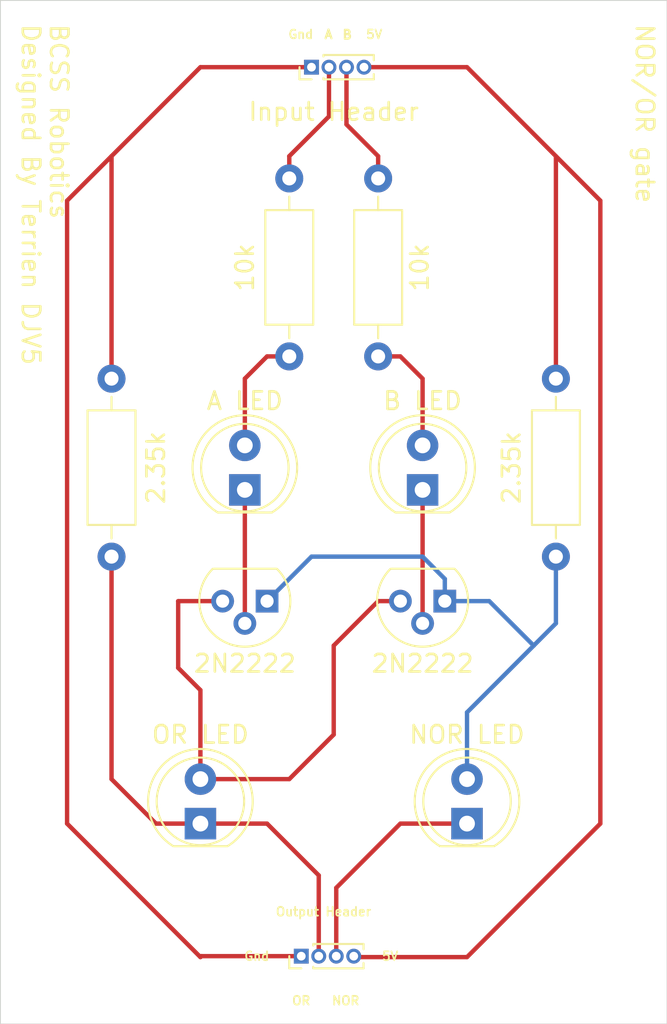
<source format=kicad_pcb>
(kicad_pcb (version 20171130) (host pcbnew 5.99.0+really5.1.12+dfsg1-1)

  (general
    (thickness 1.6)
    (drawings 14)
    (tracks 56)
    (zones 0)
    (modules 12)
    (nets 1)
  )

  (page A4)
  (layers
    (0 F.Cu signal)
    (31 B.Cu signal)
    (32 B.Adhes user)
    (33 F.Adhes user)
    (34 B.Paste user)
    (35 F.Paste user)
    (36 B.SilkS user)
    (37 F.SilkS user)
    (38 B.Mask user)
    (39 F.Mask user)
    (40 Dwgs.User user)
    (41 Cmts.User user)
    (42 Eco1.User user)
    (43 Eco2.User user)
    (44 Edge.Cuts user)
    (45 Margin user)
    (46 B.CrtYd user)
    (47 F.CrtYd user)
    (48 B.Fab user)
    (49 F.Fab user hide)
  )

  (setup
    (last_trace_width 0.25)
    (trace_clearance 0.2)
    (zone_clearance 0.508)
    (zone_45_only no)
    (trace_min 0.2)
    (via_size 0.8)
    (via_drill 0.4)
    (via_min_size 0.4)
    (via_min_drill 0.3)
    (uvia_size 0.3)
    (uvia_drill 0.1)
    (uvias_allowed no)
    (uvia_min_size 0.2)
    (uvia_min_drill 0.1)
    (edge_width 0.05)
    (segment_width 0.2)
    (pcb_text_width 0.3)
    (pcb_text_size 1.5 1.5)
    (mod_edge_width 0.12)
    (mod_text_size 1 1)
    (mod_text_width 0.15)
    (pad_size 0.85 0.85)
    (pad_drill 0.5)
    (pad_to_mask_clearance 0)
    (aux_axis_origin 0 0)
    (visible_elements FFFFFF7F)
    (pcbplotparams
      (layerselection 0x010fc_ffffffff)
      (usegerberextensions false)
      (usegerberattributes true)
      (usegerberadvancedattributes true)
      (creategerberjobfile true)
      (excludeedgelayer true)
      (linewidth 0.100000)
      (plotframeref false)
      (viasonmask false)
      (mode 1)
      (useauxorigin false)
      (hpglpennumber 1)
      (hpglpenspeed 20)
      (hpglpendiameter 15.000000)
      (psnegative false)
      (psa4output false)
      (plotreference true)
      (plotvalue true)
      (plotinvisibletext false)
      (padsonsilk false)
      (subtractmaskfromsilk false)
      (outputformat 1)
      (mirror false)
      (drillshape 0)
      (scaleselection 1)
      (outputdirectory ""))
  )

  (net 0 "")

  (net_class Default "This is the default net class."
    (clearance 0.2)
    (trace_width 0.25)
    (via_dia 0.8)
    (via_drill 0.4)
    (uvia_dia 0.3)
    (uvia_drill 0.1)
  )

  (module LED_THT:LED_D5.0mm (layer F.Cu) (tedit 5995936A) (tstamp 61983FC1)
    (at 130.81 91.44 90)
    (descr "LED, diameter 5.0mm, 2 pins, http://cdn-reichelt.de/documents/datenblatt/A500/LL-504BC2E-009.pdf")
    (tags "LED diameter 5.0mm 2 pins")
    (fp_text reference "OR LED" (at 5.08 0 180) (layer F.SilkS)
      (effects (font (size 1 1) (thickness 0.15)))
    )
    (fp_text value LED_D5.0mm (at 1.27 3.96 90) (layer F.Fab)
      (effects (font (size 1 1) (thickness 0.15)))
    )
    (fp_circle (center 1.27 0) (end 3.77 0) (layer F.Fab) (width 0.1))
    (fp_circle (center 1.27 0) (end 3.77 0) (layer F.SilkS) (width 0.12))
    (fp_line (start -1.23 -1.469694) (end -1.23 1.469694) (layer F.Fab) (width 0.1))
    (fp_line (start -1.29 -1.545) (end -1.29 1.545) (layer F.SilkS) (width 0.12))
    (fp_line (start -1.95 -3.25) (end -1.95 3.25) (layer F.CrtYd) (width 0.05))
    (fp_line (start -1.95 3.25) (end 4.5 3.25) (layer F.CrtYd) (width 0.05))
    (fp_line (start 4.5 3.25) (end 4.5 -3.25) (layer F.CrtYd) (width 0.05))
    (fp_line (start 4.5 -3.25) (end -1.95 -3.25) (layer F.CrtYd) (width 0.05))
    (fp_arc (start 1.27 0) (end -1.23 -1.469694) (angle 299.1) (layer F.Fab) (width 0.1))
    (fp_arc (start 1.27 0) (end -1.29 -1.54483) (angle 148.9) (layer F.SilkS) (width 0.12))
    (fp_arc (start 1.27 0) (end -1.29 1.54483) (angle -148.9) (layer F.SilkS) (width 0.12))
    (fp_text user %R (at 1.25 0 90) (layer F.Fab)
      (effects (font (size 0.8 0.8) (thickness 0.2)))
    )
    (pad 1 thru_hole rect (at 0 0 90) (size 1.8 1.8) (drill 0.9) (layers *.Cu *.Mask))
    (pad 2 thru_hole circle (at 2.54 0 90) (size 1.8 1.8) (drill 0.9) (layers *.Cu *.Mask))
    (model ${KISYS3DMOD}/LED_THT.3dshapes/LED_D5.0mm.wrl
      (at (xyz 0 0 0))
      (scale (xyz 1 1 1))
      (rotate (xyz 0 0 0))
    )
  )

  (module Resistor_THT:R_Axial_DIN0207_L6.3mm_D2.5mm_P10.16mm_Horizontal (layer F.Cu) (tedit 5AE5139B) (tstamp 61983FAB)
    (at 125.73 66.04 270)
    (descr "Resistor, Axial_DIN0207 series, Axial, Horizontal, pin pitch=10.16mm, 0.25W = 1/4W, length*diameter=6.3*2.5mm^2, http://cdn-reichelt.de/documents/datenblatt/B400/1_4W%23YAG.pdf")
    (tags "Resistor Axial_DIN0207 series Axial Horizontal pin pitch 10.16mm 0.25W = 1/4W length 6.3mm diameter 2.5mm")
    (fp_text reference 2.35k (at 5.08 -2.54 90) (layer F.SilkS)
      (effects (font (size 1 1) (thickness 0.15)))
    )
    (fp_text value R_Axial_DIN0207_L6.3mm_D2.5mm_P10.16mm_Horizontal (at 5.08 2.37 90) (layer F.Fab)
      (effects (font (size 1 1) (thickness 0.15)))
    )
    (fp_line (start 1.93 -1.25) (end 1.93 1.25) (layer F.Fab) (width 0.1))
    (fp_line (start 1.93 1.25) (end 8.23 1.25) (layer F.Fab) (width 0.1))
    (fp_line (start 8.23 1.25) (end 8.23 -1.25) (layer F.Fab) (width 0.1))
    (fp_line (start 8.23 -1.25) (end 1.93 -1.25) (layer F.Fab) (width 0.1))
    (fp_line (start 0 0) (end 1.93 0) (layer F.Fab) (width 0.1))
    (fp_line (start 10.16 0) (end 8.23 0) (layer F.Fab) (width 0.1))
    (fp_line (start 1.81 -1.37) (end 1.81 1.37) (layer F.SilkS) (width 0.12))
    (fp_line (start 1.81 1.37) (end 8.35 1.37) (layer F.SilkS) (width 0.12))
    (fp_line (start 8.35 1.37) (end 8.35 -1.37) (layer F.SilkS) (width 0.12))
    (fp_line (start 8.35 -1.37) (end 1.81 -1.37) (layer F.SilkS) (width 0.12))
    (fp_line (start 1.04 0) (end 1.81 0) (layer F.SilkS) (width 0.12))
    (fp_line (start 9.12 0) (end 8.35 0) (layer F.SilkS) (width 0.12))
    (fp_line (start -1.05 -1.5) (end -1.05 1.5) (layer F.CrtYd) (width 0.05))
    (fp_line (start -1.05 1.5) (end 11.21 1.5) (layer F.CrtYd) (width 0.05))
    (fp_line (start 11.21 1.5) (end 11.21 -1.5) (layer F.CrtYd) (width 0.05))
    (fp_line (start 11.21 -1.5) (end -1.05 -1.5) (layer F.CrtYd) (width 0.05))
    (fp_text user %R (at 5.08 0 90) (layer F.Fab)
      (effects (font (size 1 1) (thickness 0.15)))
    )
    (pad 1 thru_hole circle (at 0 0 270) (size 1.6 1.6) (drill 0.8) (layers *.Cu *.Mask))
    (pad 2 thru_hole oval (at 10.16 0 270) (size 1.6 1.6) (drill 0.8) (layers *.Cu *.Mask))
    (model ${KISYS3DMOD}/Resistor_THT.3dshapes/R_Axial_DIN0207_L6.3mm_D2.5mm_P10.16mm_Horizontal.wrl
      (at (xyz 0 0 0))
      (scale (xyz 1 1 1))
      (rotate (xyz 0 0 0))
    )
  )

  (module Connector_PinHeader_1.00mm:PinHeader_1x04_P1.00mm_Vertical (layer F.Cu) (tedit 59FED738) (tstamp 61983ED4)
    (at 137.16 48.26 90)
    (descr "Through hole straight pin header, 1x04, 1.00mm pitch, single row")
    (tags "Through hole pin header THT 1x04 1.00mm single row")
    (fp_text reference "Input Header" (at -2.54 1.27 180) (layer F.SilkS)
      (effects (font (size 1 1) (thickness 0.15)))
    )
    (fp_text value PinHeader_1x04_P1.00mm_Vertical (at 0 4.56 90) (layer F.Fab)
      (effects (font (size 1 1) (thickness 0.15)))
    )
    (fp_text user %R (at 0 1.5) (layer F.Fab)
      (effects (font (size 0.76 0.76) (thickness 0.114)))
    )
    (fp_line (start -0.3175 -0.5) (end 0.635 -0.5) (layer F.Fab) (width 0.1))
    (fp_line (start 0.635 -0.5) (end 0.635 3.5) (layer F.Fab) (width 0.1))
    (fp_line (start 0.635 3.5) (end -0.635 3.5) (layer F.Fab) (width 0.1))
    (fp_line (start -0.635 3.5) (end -0.635 -0.1825) (layer F.Fab) (width 0.1))
    (fp_line (start -0.635 -0.1825) (end -0.3175 -0.5) (layer F.Fab) (width 0.1))
    (fp_line (start -0.695 3.56) (end -0.394493 3.56) (layer F.SilkS) (width 0.12))
    (fp_line (start 0.394493 3.56) (end 0.695 3.56) (layer F.SilkS) (width 0.12))
    (fp_line (start -0.695 0.685) (end -0.695 3.56) (layer F.SilkS) (width 0.12))
    (fp_line (start 0.695 0.685) (end 0.695 3.56) (layer F.SilkS) (width 0.12))
    (fp_line (start -0.695 0.685) (end -0.608276 0.685) (layer F.SilkS) (width 0.12))
    (fp_line (start 0.608276 0.685) (end 0.695 0.685) (layer F.SilkS) (width 0.12))
    (fp_line (start -0.695 0) (end -0.695 -0.685) (layer F.SilkS) (width 0.12))
    (fp_line (start -0.695 -0.685) (end 0 -0.685) (layer F.SilkS) (width 0.12))
    (fp_line (start -1.15 -1) (end -1.15 4) (layer F.CrtYd) (width 0.05))
    (fp_line (start -1.15 4) (end 1.15 4) (layer F.CrtYd) (width 0.05))
    (fp_line (start 1.15 4) (end 1.15 -1) (layer F.CrtYd) (width 0.05))
    (fp_line (start 1.15 -1) (end -1.15 -1) (layer F.CrtYd) (width 0.05))
    (pad 4 thru_hole oval (at 0 3 90) (size 0.85 0.85) (drill 0.5) (layers *.Cu *.Mask))
    (pad 3 thru_hole oval (at 0 2 90) (size 0.85 0.85) (drill 0.5) (layers *.Cu *.Mask))
    (pad 2 thru_hole oval (at 0 1 90) (size 0.85 0.85) (drill 0.5) (layers *.Cu *.Mask))
    (pad 1 thru_hole rect (at 0 0 90) (size 0.85 0.85) (drill 0.5) (layers *.Cu *.Mask))
    (model ${KISYS3DMOD}/Connector_PinHeader_1.00mm.3dshapes/PinHeader_1x04_P1.00mm_Vertical.wrl
      (at (xyz 0 0 0))
      (scale (xyz 1 1 1))
      (rotate (xyz 0 0 0))
    )
  )

  (module Connector_PinHeader_1.00mm:PinHeader_1x04_P1.00mm_Vertical (layer F.Cu) (tedit 6197C0BD) (tstamp 619839F3)
    (at 136.575 99.006552 90)
    (descr "Through hole straight pin header, 1x04, 1.00mm pitch, single row")
    (tags "Through hole pin header THT 1x04 1.00mm single row")
    (fp_text reference "Output Header" (at 2.54 1.27 180) (layer F.SilkS)
      (effects (font (size 0.5 0.5) (thickness 0.1)))
    )
    (fp_text value PinHeader_1x04_P1.00mm_Vertical (at 0 4.56 90) (layer F.Fab)
      (effects (font (size 1 1) (thickness 0.15)))
    )
    (fp_text user %R (at 0 1.5) (layer F.Fab)
      (effects (font (size 0.76 0.76) (thickness 0.114)))
    )
    (fp_line (start -0.3175 -0.5) (end 0.635 -0.5) (layer F.Fab) (width 0.1))
    (fp_line (start 0.635 -0.5) (end 0.635 3.5) (layer F.Fab) (width 0.1))
    (fp_line (start 0.635 3.5) (end -0.635 3.5) (layer F.Fab) (width 0.1))
    (fp_line (start -0.635 3.5) (end -0.635 -0.1825) (layer F.Fab) (width 0.1))
    (fp_line (start -0.635 -0.1825) (end -0.3175 -0.5) (layer F.Fab) (width 0.1))
    (fp_line (start -0.695 3.56) (end -0.394493 3.56) (layer F.SilkS) (width 0.12))
    (fp_line (start 0.394493 3.56) (end 0.695 3.56) (layer F.SilkS) (width 0.12))
    (fp_line (start -0.695 0.685) (end -0.695 3.56) (layer F.SilkS) (width 0.12))
    (fp_line (start 0.695 0.685) (end 0.695 3.56) (layer F.SilkS) (width 0.12))
    (fp_line (start -0.695 0.685) (end -0.608276 0.685) (layer F.SilkS) (width 0.12))
    (fp_line (start 0.608276 0.685) (end 0.695 0.685) (layer F.SilkS) (width 0.12))
    (fp_line (start -0.695 0) (end -0.695 -0.685) (layer F.SilkS) (width 0.12))
    (fp_line (start -0.695 -0.685) (end 0 -0.685) (layer F.SilkS) (width 0.12))
    (fp_line (start -1.15 -1) (end -1.15 4) (layer F.CrtYd) (width 0.05))
    (fp_line (start -1.15 4) (end 1.15 4) (layer F.CrtYd) (width 0.05))
    (fp_line (start 1.15 4) (end 1.15 -1) (layer F.CrtYd) (width 0.05))
    (fp_line (start 1.15 -1) (end -1.15 -1) (layer F.CrtYd) (width 0.05))
    (pad 4 thru_hole oval (at 0 3 90) (size 0.85 0.85) (drill 0.5) (layers *.Cu *.Mask))
    (pad 3 thru_hole oval (at 0 2 90) (size 0.85 0.85) (drill 0.5) (layers *.Cu *.Mask))
    (pad 2 thru_hole oval (at 0 1 90) (size 0.85 0.85) (drill 0.5) (layers *.Cu *.Mask))
    (pad 1 thru_hole rect (at 0 0 90) (size 0.85 0.85) (drill 0.5) (layers *.Cu *.Mask))
    (model ${KISYS3DMOD}/Connector_PinHeader_1.00mm.3dshapes/PinHeader_1x04_P1.00mm_Vertical.wrl
      (at (xyz 0 0 0))
      (scale (xyz 1 1 1))
      (rotate (xyz 0 0 0))
    )
  )

  (module Resistor_THT:R_Axial_DIN0207_L6.3mm_D2.5mm_P10.16mm_Horizontal (layer F.Cu) (tedit 5AE5139B) (tstamp 61982B7D)
    (at 151.13 66.04 270)
    (descr "Resistor, Axial_DIN0207 series, Axial, Horizontal, pin pitch=10.16mm, 0.25W = 1/4W, length*diameter=6.3*2.5mm^2, http://cdn-reichelt.de/documents/datenblatt/B400/1_4W%23YAG.pdf")
    (tags "Resistor Axial_DIN0207 series Axial Horizontal pin pitch 10.16mm 0.25W = 1/4W length 6.3mm diameter 2.5mm")
    (fp_text reference 2.35k (at 5.08 2.54 90) (layer F.SilkS)
      (effects (font (size 1 1) (thickness 0.15)))
    )
    (fp_text value R_Axial_DIN0207_L6.3mm_D2.5mm_P10.16mm_Horizontal (at 5.08 2.37 90) (layer F.Fab)
      (effects (font (size 1 1) (thickness 0.15)))
    )
    (fp_text user %R (at 5.08 0 90) (layer F.Fab)
      (effects (font (size 1 1) (thickness 0.15)))
    )
    (fp_line (start 1.93 -1.25) (end 1.93 1.25) (layer F.Fab) (width 0.1))
    (fp_line (start 1.93 1.25) (end 8.23 1.25) (layer F.Fab) (width 0.1))
    (fp_line (start 8.23 1.25) (end 8.23 -1.25) (layer F.Fab) (width 0.1))
    (fp_line (start 8.23 -1.25) (end 1.93 -1.25) (layer F.Fab) (width 0.1))
    (fp_line (start 0 0) (end 1.93 0) (layer F.Fab) (width 0.1))
    (fp_line (start 10.16 0) (end 8.23 0) (layer F.Fab) (width 0.1))
    (fp_line (start 1.81 -1.37) (end 1.81 1.37) (layer F.SilkS) (width 0.12))
    (fp_line (start 1.81 1.37) (end 8.35 1.37) (layer F.SilkS) (width 0.12))
    (fp_line (start 8.35 1.37) (end 8.35 -1.37) (layer F.SilkS) (width 0.12))
    (fp_line (start 8.35 -1.37) (end 1.81 -1.37) (layer F.SilkS) (width 0.12))
    (fp_line (start 1.04 0) (end 1.81 0) (layer F.SilkS) (width 0.12))
    (fp_line (start 9.12 0) (end 8.35 0) (layer F.SilkS) (width 0.12))
    (fp_line (start -1.05 -1.5) (end -1.05 1.5) (layer F.CrtYd) (width 0.05))
    (fp_line (start -1.05 1.5) (end 11.21 1.5) (layer F.CrtYd) (width 0.05))
    (fp_line (start 11.21 1.5) (end 11.21 -1.5) (layer F.CrtYd) (width 0.05))
    (fp_line (start 11.21 -1.5) (end -1.05 -1.5) (layer F.CrtYd) (width 0.05))
    (pad 2 thru_hole oval (at 10.16 0 270) (size 1.6 1.6) (drill 0.8) (layers *.Cu *.Mask))
    (pad 1 thru_hole circle (at 0 0 270) (size 1.6 1.6) (drill 0.8) (layers *.Cu *.Mask))
    (model ${KISYS3DMOD}/Resistor_THT.3dshapes/R_Axial_DIN0207_L6.3mm_D2.5mm_P10.16mm_Horizontal.wrl
      (at (xyz 0 0 0))
      (scale (xyz 1 1 1))
      (rotate (xyz 0 0 0))
    )
  )

  (module Resistor_THT:R_Axial_DIN0207_L6.3mm_D2.5mm_P10.16mm_Horizontal (layer F.Cu) (tedit 5AE5139B) (tstamp 61982B24)
    (at 140.97 54.61 270)
    (descr "Resistor, Axial_DIN0207 series, Axial, Horizontal, pin pitch=10.16mm, 0.25W = 1/4W, length*diameter=6.3*2.5mm^2, http://cdn-reichelt.de/documents/datenblatt/B400/1_4W%23YAG.pdf")
    (tags "Resistor Axial_DIN0207 series Axial Horizontal pin pitch 10.16mm 0.25W = 1/4W length 6.3mm diameter 2.5mm")
    (fp_text reference 10k (at 5.08 -2.37 90) (layer F.SilkS)
      (effects (font (size 1 1) (thickness 0.15)))
    )
    (fp_text value R_Axial_DIN0207_L6.3mm_D2.5mm_P10.16mm_Horizontal (at 5.08 2.37 90) (layer F.Fab)
      (effects (font (size 1 1) (thickness 0.15)))
    )
    (fp_text user %R (at 5.08 0 90) (layer F.Fab)
      (effects (font (size 1 1) (thickness 0.15)))
    )
    (fp_line (start 1.93 -1.25) (end 1.93 1.25) (layer F.Fab) (width 0.1))
    (fp_line (start 1.93 1.25) (end 8.23 1.25) (layer F.Fab) (width 0.1))
    (fp_line (start 8.23 1.25) (end 8.23 -1.25) (layer F.Fab) (width 0.1))
    (fp_line (start 8.23 -1.25) (end 1.93 -1.25) (layer F.Fab) (width 0.1))
    (fp_line (start 0 0) (end 1.93 0) (layer F.Fab) (width 0.1))
    (fp_line (start 10.16 0) (end 8.23 0) (layer F.Fab) (width 0.1))
    (fp_line (start 1.81 -1.37) (end 1.81 1.37) (layer F.SilkS) (width 0.12))
    (fp_line (start 1.81 1.37) (end 8.35 1.37) (layer F.SilkS) (width 0.12))
    (fp_line (start 8.35 1.37) (end 8.35 -1.37) (layer F.SilkS) (width 0.12))
    (fp_line (start 8.35 -1.37) (end 1.81 -1.37) (layer F.SilkS) (width 0.12))
    (fp_line (start 1.04 0) (end 1.81 0) (layer F.SilkS) (width 0.12))
    (fp_line (start 9.12 0) (end 8.35 0) (layer F.SilkS) (width 0.12))
    (fp_line (start -1.05 -1.5) (end -1.05 1.5) (layer F.CrtYd) (width 0.05))
    (fp_line (start -1.05 1.5) (end 11.21 1.5) (layer F.CrtYd) (width 0.05))
    (fp_line (start 11.21 1.5) (end 11.21 -1.5) (layer F.CrtYd) (width 0.05))
    (fp_line (start 11.21 -1.5) (end -1.05 -1.5) (layer F.CrtYd) (width 0.05))
    (pad 2 thru_hole oval (at 10.16 0 270) (size 1.6 1.6) (drill 0.8) (layers *.Cu *.Mask))
    (pad 1 thru_hole circle (at 0 0 270) (size 1.6 1.6) (drill 0.8) (layers *.Cu *.Mask))
    (model ${KISYS3DMOD}/Resistor_THT.3dshapes/R_Axial_DIN0207_L6.3mm_D2.5mm_P10.16mm_Horizontal.wrl
      (at (xyz 0 0 0))
      (scale (xyz 1 1 1))
      (rotate (xyz 0 0 0))
    )
  )

  (module Resistor_THT:R_Axial_DIN0207_L6.3mm_D2.5mm_P10.16mm_Horizontal (layer F.Cu) (tedit 5AE5139B) (tstamp 61982ACB)
    (at 135.89 54.61 270)
    (descr "Resistor, Axial_DIN0207 series, Axial, Horizontal, pin pitch=10.16mm, 0.25W = 1/4W, length*diameter=6.3*2.5mm^2, http://cdn-reichelt.de/documents/datenblatt/B400/1_4W%23YAG.pdf")
    (tags "Resistor Axial_DIN0207 series Axial Horizontal pin pitch 10.16mm 0.25W = 1/4W length 6.3mm diameter 2.5mm")
    (fp_text reference 10k (at 5.08 2.54 90) (layer F.SilkS)
      (effects (font (size 1 1) (thickness 0.15)))
    )
    (fp_text value R_Axial_DIN0207_L6.3mm_D2.5mm_P10.16mm_Horizontal (at 5.08 2.37 90) (layer F.Fab)
      (effects (font (size 1 1) (thickness 0.15)))
    )
    (fp_text user %R (at 5.08 0 90) (layer F.Fab)
      (effects (font (size 1 1) (thickness 0.15)))
    )
    (fp_line (start 1.93 -1.25) (end 1.93 1.25) (layer F.Fab) (width 0.1))
    (fp_line (start 1.93 1.25) (end 8.23 1.25) (layer F.Fab) (width 0.1))
    (fp_line (start 8.23 1.25) (end 8.23 -1.25) (layer F.Fab) (width 0.1))
    (fp_line (start 8.23 -1.25) (end 1.93 -1.25) (layer F.Fab) (width 0.1))
    (fp_line (start 0 0) (end 1.93 0) (layer F.Fab) (width 0.1))
    (fp_line (start 10.16 0) (end 8.23 0) (layer F.Fab) (width 0.1))
    (fp_line (start 1.81 -1.37) (end 1.81 1.37) (layer F.SilkS) (width 0.12))
    (fp_line (start 1.81 1.37) (end 8.35 1.37) (layer F.SilkS) (width 0.12))
    (fp_line (start 8.35 1.37) (end 8.35 -1.37) (layer F.SilkS) (width 0.12))
    (fp_line (start 8.35 -1.37) (end 1.81 -1.37) (layer F.SilkS) (width 0.12))
    (fp_line (start 1.04 0) (end 1.81 0) (layer F.SilkS) (width 0.12))
    (fp_line (start 9.12 0) (end 8.35 0) (layer F.SilkS) (width 0.12))
    (fp_line (start -1.05 -1.5) (end -1.05 1.5) (layer F.CrtYd) (width 0.05))
    (fp_line (start -1.05 1.5) (end 11.21 1.5) (layer F.CrtYd) (width 0.05))
    (fp_line (start 11.21 1.5) (end 11.21 -1.5) (layer F.CrtYd) (width 0.05))
    (fp_line (start 11.21 -1.5) (end -1.05 -1.5) (layer F.CrtYd) (width 0.05))
    (pad 2 thru_hole oval (at 10.16 0 270) (size 1.6 1.6) (drill 0.8) (layers *.Cu *.Mask))
    (pad 1 thru_hole circle (at 0 0 270) (size 1.6 1.6) (drill 0.8) (layers *.Cu *.Mask))
    (model ${KISYS3DMOD}/Resistor_THT.3dshapes/R_Axial_DIN0207_L6.3mm_D2.5mm_P10.16mm_Horizontal.wrl
      (at (xyz 0 0 0))
      (scale (xyz 1 1 1))
      (rotate (xyz 0 0 0))
    )
  )

  (module LED_THT:LED_D5.0mm (layer F.Cu) (tedit 5995936A) (tstamp 6198276B)
    (at 133.35 72.39 90)
    (descr "LED, diameter 5.0mm, 2 pins, http://cdn-reichelt.de/documents/datenblatt/A500/LL-504BC2E-009.pdf")
    (tags "LED diameter 5.0mm 2 pins")
    (fp_text reference "A LED" (at 5.08 0 180) (layer F.SilkS)
      (effects (font (size 1 1) (thickness 0.15)))
    )
    (fp_text value LED_D5.0mm (at 1.27 3.96 90) (layer F.Fab)
      (effects (font (size 1 1) (thickness 0.15)))
    )
    (fp_text user %R (at 1.25 0 90) (layer F.Fab)
      (effects (font (size 0.8 0.8) (thickness 0.2)))
    )
    (fp_arc (start 1.27 0) (end -1.29 1.54483) (angle -148.9) (layer F.SilkS) (width 0.12))
    (fp_arc (start 1.27 0) (end -1.29 -1.54483) (angle 148.9) (layer F.SilkS) (width 0.12))
    (fp_arc (start 1.27 0) (end -1.23 -1.469694) (angle 299.1) (layer F.Fab) (width 0.1))
    (fp_circle (center 1.27 0) (end 3.77 0) (layer F.Fab) (width 0.1))
    (fp_circle (center 1.27 0) (end 3.77 0) (layer F.SilkS) (width 0.12))
    (fp_line (start -1.23 -1.469694) (end -1.23 1.469694) (layer F.Fab) (width 0.1))
    (fp_line (start -1.29 -1.545) (end -1.29 1.545) (layer F.SilkS) (width 0.12))
    (fp_line (start -1.95 -3.25) (end -1.95 3.25) (layer F.CrtYd) (width 0.05))
    (fp_line (start -1.95 3.25) (end 4.5 3.25) (layer F.CrtYd) (width 0.05))
    (fp_line (start 4.5 3.25) (end 4.5 -3.25) (layer F.CrtYd) (width 0.05))
    (fp_line (start 4.5 -3.25) (end -1.95 -3.25) (layer F.CrtYd) (width 0.05))
    (pad 2 thru_hole circle (at 2.54 0 90) (size 1.8 1.8) (drill 0.9) (layers *.Cu *.Mask))
    (pad 1 thru_hole rect (at 0 0 90) (size 1.8 1.8) (drill 0.9) (layers *.Cu *.Mask))
    (model ${KISYS3DMOD}/LED_THT.3dshapes/LED_D5.0mm.wrl
      (at (xyz 0 0 0))
      (scale (xyz 1 1 1))
      (rotate (xyz 0 0 0))
    )
  )

  (module LED_THT:LED_D5.0mm (layer F.Cu) (tedit 5995936A) (tstamp 61982726)
    (at 146.05 91.44 90)
    (descr "LED, diameter 5.0mm, 2 pins, http://cdn-reichelt.de/documents/datenblatt/A500/LL-504BC2E-009.pdf")
    (tags "LED diameter 5.0mm 2 pins")
    (fp_text reference "NOR LED" (at 5.08 0 180) (layer F.SilkS)
      (effects (font (size 1 1) (thickness 0.15)))
    )
    (fp_text value LED_D5.0mm (at 1.27 3.96 90) (layer F.Fab)
      (effects (font (size 1 1) (thickness 0.15)))
    )
    (fp_text user %R (at 1.25 0 90) (layer F.Fab)
      (effects (font (size 0.8 0.8) (thickness 0.2)))
    )
    (fp_arc (start 1.27 0) (end -1.29 1.54483) (angle -148.9) (layer F.SilkS) (width 0.12))
    (fp_arc (start 1.27 0) (end -1.29 -1.54483) (angle 148.9) (layer F.SilkS) (width 0.12))
    (fp_arc (start 1.27 0) (end -1.23 -1.469694) (angle 299.1) (layer F.Fab) (width 0.1))
    (fp_circle (center 1.27 0) (end 3.77 0) (layer F.Fab) (width 0.1))
    (fp_circle (center 1.27 0) (end 3.77 0) (layer F.SilkS) (width 0.12))
    (fp_line (start -1.23 -1.469694) (end -1.23 1.469694) (layer F.Fab) (width 0.1))
    (fp_line (start -1.29 -1.545) (end -1.29 1.545) (layer F.SilkS) (width 0.12))
    (fp_line (start -1.95 -3.25) (end -1.95 3.25) (layer F.CrtYd) (width 0.05))
    (fp_line (start -1.95 3.25) (end 4.5 3.25) (layer F.CrtYd) (width 0.05))
    (fp_line (start 4.5 3.25) (end 4.5 -3.25) (layer F.CrtYd) (width 0.05))
    (fp_line (start 4.5 -3.25) (end -1.95 -3.25) (layer F.CrtYd) (width 0.05))
    (pad 2 thru_hole circle (at 2.54 0 90) (size 1.8 1.8) (drill 0.9) (layers *.Cu *.Mask))
    (pad 1 thru_hole rect (at 0 0 90) (size 1.8 1.8) (drill 0.9) (layers *.Cu *.Mask))
    (model ${KISYS3DMOD}/LED_THT.3dshapes/LED_D5.0mm.wrl
      (at (xyz 0 0 0))
      (scale (xyz 1 1 1))
      (rotate (xyz 0 0 0))
    )
  )

  (module LED_THT:LED_D5.0mm (layer F.Cu) (tedit 5995936A) (tstamp 619826E1)
    (at 143.51 72.39 90)
    (descr "LED, diameter 5.0mm, 2 pins, http://cdn-reichelt.de/documents/datenblatt/A500/LL-504BC2E-009.pdf")
    (tags "LED diameter 5.0mm 2 pins")
    (fp_text reference "B LED" (at 5.08 0 180) (layer F.SilkS)
      (effects (font (size 1 1) (thickness 0.15)))
    )
    (fp_text value LED_D5.0mm (at 1.27 3.96 90) (layer F.Fab)
      (effects (font (size 1 1) (thickness 0.15)))
    )
    (fp_text user %R (at 1.25 0 90) (layer F.Fab)
      (effects (font (size 0.8 0.8) (thickness 0.2)))
    )
    (fp_arc (start 1.27 0) (end -1.29 1.54483) (angle -148.9) (layer F.SilkS) (width 0.12))
    (fp_arc (start 1.27 0) (end -1.29 -1.54483) (angle 148.9) (layer F.SilkS) (width 0.12))
    (fp_arc (start 1.27 0) (end -1.23 -1.469694) (angle 299.1) (layer F.Fab) (width 0.1))
    (fp_circle (center 1.27 0) (end 3.77 0) (layer F.Fab) (width 0.1))
    (fp_circle (center 1.27 0) (end 3.77 0) (layer F.SilkS) (width 0.12))
    (fp_line (start -1.23 -1.469694) (end -1.23 1.469694) (layer F.Fab) (width 0.1))
    (fp_line (start -1.29 -1.545) (end -1.29 1.545) (layer F.SilkS) (width 0.12))
    (fp_line (start -1.95 -3.25) (end -1.95 3.25) (layer F.CrtYd) (width 0.05))
    (fp_line (start -1.95 3.25) (end 4.5 3.25) (layer F.CrtYd) (width 0.05))
    (fp_line (start 4.5 3.25) (end 4.5 -3.25) (layer F.CrtYd) (width 0.05))
    (fp_line (start 4.5 -3.25) (end -1.95 -3.25) (layer F.CrtYd) (width 0.05))
    (pad 2 thru_hole circle (at 2.54 0 90) (size 1.8 1.8) (drill 0.9) (layers *.Cu *.Mask))
    (pad 1 thru_hole rect (at 0 0 90) (size 1.8 1.8) (drill 0.9) (layers *.Cu *.Mask))
    (model ${KISYS3DMOD}/LED_THT.3dshapes/LED_D5.0mm.wrl
      (at (xyz 0 0 0))
      (scale (xyz 1 1 1))
      (rotate (xyz 0 0 0))
    )
  )

  (module Package_TO_SOT_THT:TO-92 (layer F.Cu) (tedit 5A279852) (tstamp 61981B95)
    (at 144.78 78.74 180)
    (descr "TO-92 leads molded, narrow, drill 0.75mm (see NXP sot054_po.pdf)")
    (tags "to-92 sc-43 sc-43a sot54 PA33 transistor")
    (fp_text reference 2N2222 (at 1.27 -3.56) (layer F.SilkS)
      (effects (font (size 1 1) (thickness 0.15)))
    )
    (fp_text value TO-92 (at 1.27 2.79) (layer F.Fab)
      (effects (font (size 1 1) (thickness 0.15)))
    )
    (fp_arc (start 1.27 0) (end 1.27 -2.6) (angle 135) (layer F.SilkS) (width 0.12))
    (fp_arc (start 1.27 0) (end 1.27 -2.48) (angle -135) (layer F.Fab) (width 0.1))
    (fp_arc (start 1.27 0) (end 1.27 -2.6) (angle -135) (layer F.SilkS) (width 0.12))
    (fp_arc (start 1.27 0) (end 1.27 -2.48) (angle 135) (layer F.Fab) (width 0.1))
    (fp_text user %R (at 1.27 0) (layer F.Fab)
      (effects (font (size 1 1) (thickness 0.15)))
    )
    (fp_line (start -0.53 1.85) (end 3.07 1.85) (layer F.SilkS) (width 0.12))
    (fp_line (start -0.5 1.75) (end 3 1.75) (layer F.Fab) (width 0.1))
    (fp_line (start -1.46 -2.73) (end 4 -2.73) (layer F.CrtYd) (width 0.05))
    (fp_line (start -1.46 -2.73) (end -1.46 2.01) (layer F.CrtYd) (width 0.05))
    (fp_line (start 4 2.01) (end 4 -2.73) (layer F.CrtYd) (width 0.05))
    (fp_line (start 4 2.01) (end -1.46 2.01) (layer F.CrtYd) (width 0.05))
    (pad 1 thru_hole rect (at 0 0 180) (size 1.3 1.3) (drill 0.75) (layers *.Cu *.Mask))
    (pad 3 thru_hole circle (at 2.54 0 180) (size 1.3 1.3) (drill 0.75) (layers *.Cu *.Mask))
    (pad 2 thru_hole circle (at 1.27 -1.27 180) (size 1.3 1.3) (drill 0.75) (layers *.Cu *.Mask))
    (model ${KISYS3DMOD}/Package_TO_SOT_THT.3dshapes/TO-92.wrl
      (at (xyz 0 0 0))
      (scale (xyz 1 1 1))
      (rotate (xyz 0 0 0))
    )
  )

  (module Package_TO_SOT_THT:TO-92 (layer F.Cu) (tedit 5A279852) (tstamp 61981B50)
    (at 134.62 78.74 180)
    (descr "TO-92 leads molded, narrow, drill 0.75mm (see NXP sot054_po.pdf)")
    (tags "to-92 sc-43 sc-43a sot54 PA33 transistor")
    (fp_text reference 2N2222 (at 1.27 -3.56) (layer F.SilkS)
      (effects (font (size 1 1) (thickness 0.15)))
    )
    (fp_text value TO-92 (at 1.27 2.79) (layer F.Fab)
      (effects (font (size 1 1) (thickness 0.15)))
    )
    (fp_arc (start 1.27 0) (end 1.27 -2.6) (angle 135) (layer F.SilkS) (width 0.12))
    (fp_arc (start 1.27 0) (end 1.27 -2.48) (angle -135) (layer F.Fab) (width 0.1))
    (fp_arc (start 1.27 0) (end 1.27 -2.6) (angle -135) (layer F.SilkS) (width 0.12))
    (fp_arc (start 1.27 0) (end 1.27 -2.48) (angle 135) (layer F.Fab) (width 0.1))
    (fp_text user %R (at 1.27 0) (layer F.Fab)
      (effects (font (size 1 1) (thickness 0.15)))
    )
    (fp_line (start -0.53 1.85) (end 3.07 1.85) (layer F.SilkS) (width 0.12))
    (fp_line (start -0.5 1.75) (end 3 1.75) (layer F.Fab) (width 0.1))
    (fp_line (start -1.46 -2.73) (end 4 -2.73) (layer F.CrtYd) (width 0.05))
    (fp_line (start -1.46 -2.73) (end -1.46 2.01) (layer F.CrtYd) (width 0.05))
    (fp_line (start 4 2.01) (end 4 -2.73) (layer F.CrtYd) (width 0.05))
    (fp_line (start 4 2.01) (end -1.46 2.01) (layer F.CrtYd) (width 0.05))
    (pad 1 thru_hole rect (at 0 0 180) (size 1.3 1.3) (drill 0.75) (layers *.Cu *.Mask))
    (pad 3 thru_hole circle (at 2.54 0 180) (size 1.3 1.3) (drill 0.75) (layers *.Cu *.Mask))
    (pad 2 thru_hole circle (at 1.27 -1.27 180) (size 1.3 1.3) (drill 0.75) (layers *.Cu *.Mask))
    (model ${KISYS3DMOD}/Package_TO_SOT_THT.3dshapes/TO-92.wrl
      (at (xyz 0 0 0))
      (scale (xyz 1 1 1))
      (rotate (xyz 0 0 0))
    )
  )

  (gr_text "NOR/OR gate" (at 156.21 45.72 270) (layer F.SilkS)
    (effects (font (size 1 1) (thickness 0.15)) (justify left))
  )
  (gr_text "BCSS Robotics\nDesigned By Terrien DJV5" (at 121.92 45.72 -90) (layer F.SilkS)
    (effects (font (size 1 1) (thickness 0.15)) (justify left))
  )
  (gr_line (start 119.38 102.87) (end 119.38 44.45) (layer Edge.Cuts) (width 0.05) (tstamp 61985192))
  (gr_line (start 157.48 102.87) (end 119.38 102.87) (layer Edge.Cuts) (width 0.05))
  (gr_line (start 157.48 44.45) (end 157.48 102.87) (layer Edge.Cuts) (width 0.05))
  (gr_line (start 119.38 44.45) (end 157.48 44.45) (layer Edge.Cuts) (width 0.05))
  (gr_text Gnd (at 134.035 99.006552) (layer F.SilkS)
    (effects (font (size 0.5 0.5) (thickness 0.1)))
  )
  (gr_text 5V (at 141.655 99.006552) (layer F.SilkS)
    (effects (font (size 0.5 0.5) (thickness 0.1)))
  )
  (gr_text NOR (at 139.115 101.546552) (layer F.SilkS)
    (effects (font (size 0.5 0.5) (thickness 0.1)))
  )
  (gr_text Gnd (at 136.549455 46.386246) (layer F.SilkS)
    (effects (font (size 0.5 0.5) (thickness 0.1)))
  )
  (gr_text 5V (at 140.746038 46.386246) (layer F.SilkS)
    (effects (font (size 0.5 0.5) (thickness 0.1)))
  )
  (gr_text B (at 139.202012 46.406041) (layer F.SilkS)
    (effects (font (size 0.5 0.5) (thickness 0.125)))
  )
  (gr_text A (at 138.133071 46.386246) (layer F.SilkS)
    (effects (font (size 0.5 0.5) (thickness 0.125)))
  )
  (gr_text OR (at 136.575 101.546552) (layer F.SilkS)
    (effects (font (size 0.5 0.5) (thickness 0.1)))
  )

  (segment (start 140.16 48.26) (end 146.05 48.26) (width 0.25) (layer F.Cu) (net 0))
  (segment (start 146.05 48.26) (end 153.67 55.88) (width 0.25) (layer F.Cu) (net 0))
  (segment (start 153.67 55.88) (end 153.67 91.44) (width 0.25) (layer F.Cu) (net 0))
  (segment (start 153.67 91.44) (end 146.05 99.06) (width 0.25) (layer F.Cu) (net 0))
  (segment (start 146.05 99.06) (end 139.7 99.06) (width 0.25) (layer F.Cu) (net 0))
  (segment (start 137.16 48.26) (end 130.81 48.26) (width 0.25) (layer F.Cu) (net 0))
  (segment (start 123.19 55.88) (end 123.19 91.44) (width 0.25) (layer F.Cu) (net 0))
  (segment (start 123.19 91.44) (end 130.81 99.06) (width 0.25) (layer F.Cu) (net 0))
  (segment (start 130.863448 99.006552) (end 136.575 99.006552) (width 0.25) (layer F.Cu) (net 0))
  (segment (start 130.81 99.06) (end 130.863448 99.006552) (width 0.25) (layer F.Cu) (net 0))
  (segment (start 151.13 66.04) (end 151.13 53.34) (width 0.25) (layer F.Cu) (net 0))
  (segment (start 143.51 72.39) (end 143.51 80.01) (width 0.25) (layer F.Cu) (net 0))
  (segment (start 133.35 72.39) (end 133.35 80.01) (width 0.25) (layer F.Cu) (net 0))
  (segment (start 142.24 78.74) (end 140.97 78.74) (width 0.25) (layer F.Cu) (net 0))
  (segment (start 140.97 78.74) (end 138.43 81.28) (width 0.25) (layer F.Cu) (net 0))
  (segment (start 138.43 81.28) (end 138.43 86.36) (width 0.25) (layer F.Cu) (net 0))
  (segment (start 130.81 88.9) (end 135.89 88.9) (width 0.25) (layer F.Cu) (net 0))
  (segment (start 135.89 88.9) (end 138.43 86.36) (width 0.25) (layer F.Cu) (net 0))
  (segment (start 132.08 78.74) (end 129.54 78.74) (width 0.25) (layer F.Cu) (net 0))
  (segment (start 129.54 78.74) (end 129.54 82.55) (width 0.25) (layer F.Cu) (net 0))
  (segment (start 130.81 83.82) (end 130.81 88.9) (width 0.25) (layer F.Cu) (net 0))
  (segment (start 129.54 82.55) (end 130.81 83.82) (width 0.25) (layer F.Cu) (net 0))
  (segment (start 151.13 76.2) (end 151.13 80.01) (width 0.25) (layer B.Cu) (net 0))
  (segment (start 151.13 80.01) (end 149.86 81.28) (width 0.25) (layer B.Cu) (net 0))
  (segment (start 147.32 78.74) (end 144.78 78.74) (width 0.25) (layer B.Cu) (net 0))
  (segment (start 144.78 78.74) (end 144.78 77.47) (width 0.25) (layer B.Cu) (net 0))
  (segment (start 144.78 77.47) (end 143.51 76.2) (width 0.25) (layer B.Cu) (net 0))
  (segment (start 137.16 76.2) (end 134.62 78.74) (width 0.25) (layer B.Cu) (net 0))
  (segment (start 143.51 76.2) (end 137.16 76.2) (width 0.25) (layer B.Cu) (net 0))
  (segment (start 149.86 81.28) (end 146.05 85.09) (width 0.25) (layer B.Cu) (net 0))
  (segment (start 146.05 85.09) (end 146.05 88.9) (width 0.25) (layer B.Cu) (net 0))
  (segment (start 147.32 78.74) (end 149.86 81.28) (width 0.25) (layer B.Cu) (net 0))
  (segment (start 140.97 64.77) (end 142.24 64.77) (width 0.25) (layer F.Cu) (net 0))
  (segment (start 143.51 66.04) (end 143.51 69.85) (width 0.25) (layer F.Cu) (net 0))
  (segment (start 142.24 64.77) (end 143.51 66.04) (width 0.25) (layer F.Cu) (net 0))
  (segment (start 135.89 64.77) (end 134.62 64.77) (width 0.25) (layer F.Cu) (net 0))
  (segment (start 134.62 64.77) (end 133.35 66.04) (width 0.25) (layer F.Cu) (net 0))
  (segment (start 133.35 66.04) (end 133.35 69.85) (width 0.25) (layer F.Cu) (net 0))
  (segment (start 138.16 48.26) (end 138.16 51.07) (width 0.25) (layer F.Cu) (net 0))
  (segment (start 135.89 53.34) (end 135.89 54.61) (width 0.25) (layer F.Cu) (net 0))
  (segment (start 138.16 51.07) (end 135.89 53.34) (width 0.25) (layer F.Cu) (net 0))
  (segment (start 139.16 48.26) (end 139.16 51.53) (width 0.25) (layer F.Cu) (net 0))
  (segment (start 140.97 53.34) (end 140.97 54.61) (width 0.25) (layer F.Cu) (net 0))
  (segment (start 139.16 51.53) (end 140.97 53.34) (width 0.25) (layer F.Cu) (net 0))
  (segment (start 146.05 91.44) (end 142.24 91.44) (width 0.25) (layer F.Cu) (net 0))
  (segment (start 138.575 95.105) (end 138.575 99.006552) (width 0.25) (layer F.Cu) (net 0))
  (segment (start 142.24 91.44) (end 138.575 95.105) (width 0.25) (layer F.Cu) (net 0))
  (segment (start 125.73 66.04) (end 125.73 53.34) (width 0.25) (layer F.Cu) (net 0))
  (segment (start 125.73 53.34) (end 123.19 55.88) (width 0.25) (layer F.Cu) (net 0))
  (segment (start 130.81 48.26) (end 125.73 53.34) (width 0.25) (layer F.Cu) (net 0))
  (segment (start 125.73 76.2) (end 125.73 88.9) (width 0.25) (layer F.Cu) (net 0))
  (segment (start 128.27 91.44) (end 130.81 91.44) (width 0.25) (layer F.Cu) (net 0))
  (segment (start 125.73 88.9) (end 128.27 91.44) (width 0.25) (layer F.Cu) (net 0))
  (segment (start 137.575 99.006552) (end 137.575 94.395) (width 0.25) (layer F.Cu) (net 0))
  (segment (start 134.62 91.44) (end 130.81 91.44) (width 0.25) (layer F.Cu) (net 0))
  (segment (start 137.575 94.395) (end 134.62 91.44) (width 0.25) (layer F.Cu) (net 0))

)

</source>
